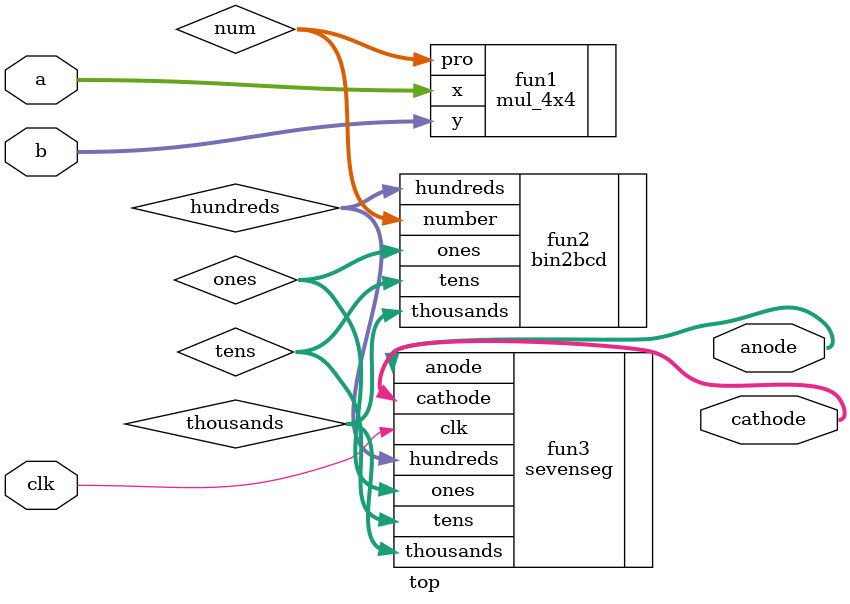
<source format=v>
`timescale 1ns / 1ps


module top(
    input clk,
    input [3:0] a,
    input [3:0] b,
    output [7:0] cathode,
    output [3:0] anode
    );
    
    wire [7:0] num;
    wire [3:0] thousands;
    wire [3:0] hundreds;
    wire [3:0] tens;
    wire [3:0] ones;
    
    mul_4x4 fun1(.x(a),.y(b),.pro(num));
    bin2bcd fun2(.number(num),.thousands(thousands),.hundreds(hundreds),.tens(tens),.ones(ones));
    sevenseg fun3(.clk(clk),.ones(ones),.tens(tens),.hundreds(hundreds),.thousands(thousands),.anode(anode),.cathode(cathode));
    
endmodule

</source>
